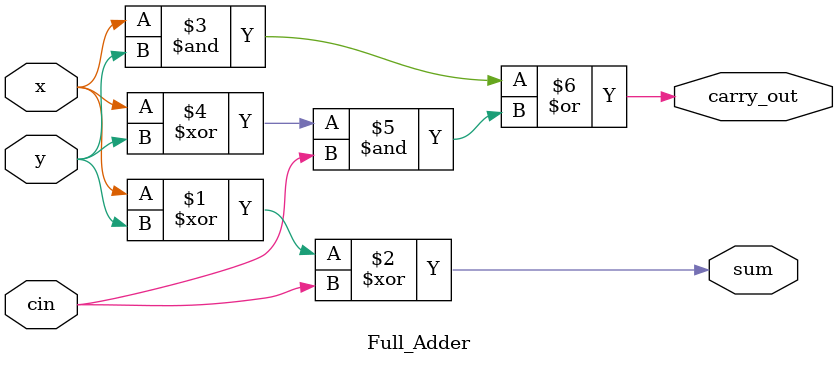
<source format=v>
`timescale 1ns / 1ps


module Full_Adder(
input x,y,cin,
output sum,carry_out
    );
    assign sum = x ^ y ^ cin; 
    assign carry_out = x&y | (x^y) & cin;
    
endmodule

</source>
